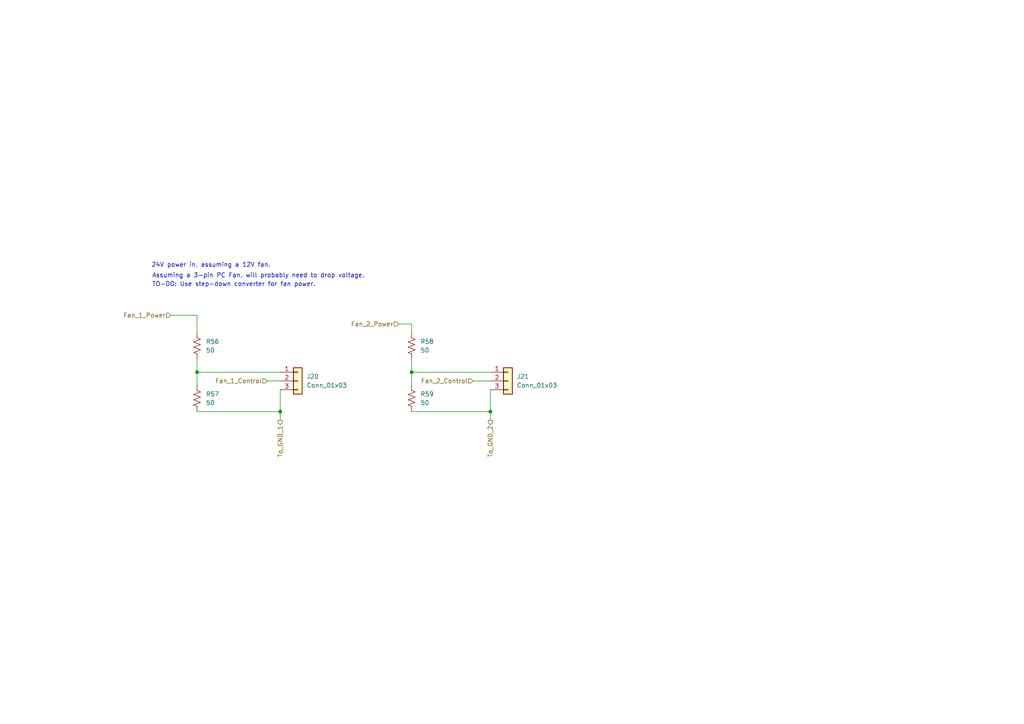
<source format=kicad_sch>
(kicad_sch (version 20250114) (generator "eeschema") (generator_version "9.0")
  (paper "A4")
  (lib_symbols
    (symbol "Connector_Generic:Conn_01x03" (pin_names (offset 1.016) (hide yes))
      (property "Reference" "J" (at 0 5.08 0))
      (property "Value" "Conn_01x03" (at 0 -5.08 0))
      (symbol "Conn_01x03_1_1"
        (rectangle (start -1.27 3.81) (end 1.27 -3.81) (stroke (width 0.254)) (fill (type background)))
        (rectangle (start -1.27 2.667) (end 0 2.413) (stroke (width 0.1524)))
        (rectangle (start -1.27 0.127) (end 0 -0.127) (stroke (width 0.1524)))
        (rectangle (start -1.27 -2.413) (end 0 -2.667) (stroke (width 0.1524)))
        (pin passive line (at -5.08 2.54 0) (length 3.81) (name "Pin_1") (number "1"))
        (pin passive line (at -5.08 0 0) (length 3.81) (name "Pin_2") (number "2"))
        (pin passive line (at -5.08 -2.54 0) (length 3.81) (name "Pin_3") (number "3"))
      )
    )
    (symbol "Device:R_US" (pin_numbers (hide yes)) (pin_names (offset 0))
      (property "Reference" "R" (at 2.54 0 90))
      (property "Value" "R_US" (at -2.54 0 90))
      (symbol "R_US_0_1"
        (polyline (pts (xy 0 2.286) (xy 0 2.54)))
        (polyline (pts (xy 0 2.286) (xy 1.016 1.905) (xy 0 1.524) (xy -1.016 1.143) (xy 0 0.762)))
        (polyline (pts (xy 0 0.762) (xy 1.016 0.381) (xy 0 0) (xy -1.016 -0.381) (xy 0 -0.762)))
        (polyline (pts (xy 0 -0.762) (xy 1.016 -1.143) (xy 0 -1.524) (xy -1.016 -1.905) (xy 0 -2.286)))
        (polyline (pts (xy 0 -2.286) (xy 0 -2.54)))
      )
      (symbol "R_US_1_1"
        (pin passive line (at 0 3.81 270) (length 1.27) (name "~") (number "1"))
        (pin passive line (at 0 -3.81 90) (length 1.27) (name "~") (number "2"))
      )
    )
  )
  (text "24V power in, assuming a 12V fan." (at 61.214 76.962 0) (effects (font (size 1.27 1.27))))
  (text "TO-DO: Use step-down converter for fan power." (at 67.818 82.55 0) (effects (font (size 1.27 1.27))))
  (text "Assuming a 3-pin PC Fan, will probably need to drop voltage." (at 74.93 80.01 0) (effects (font (size 1.27 1.27))))
  (junction (at 57.15 107.95))
  (junction (at 81.28 119.38))
  (junction (at 119.38 107.95))
  (junction (at 142.24 119.38))
  (wire (pts (xy 142.24 113.03) (xy 142.24 119.38)))
  (wire (pts (xy 119.38 104.14) (xy 119.38 107.95)))
  (wire (pts (xy 57.15 107.95) (xy 57.15 111.76)))
  (wire (pts (xy 81.28 119.38) (xy 81.28 121.92)))
  (wire (pts (xy 137.16 110.49) (xy 142.24 110.49)))
  (wire (pts (xy 77.47 110.49) (xy 81.28 110.49)))
  (wire (pts (xy 119.38 93.98) (xy 115.57 93.98)))
  (wire (pts (xy 57.15 107.95) (xy 81.28 107.95)))
  (wire (pts (xy 119.38 107.95) (xy 119.38 111.76)))
  (wire (pts (xy 142.24 119.38) (xy 142.24 121.92)))
  (wire (pts (xy 119.38 119.38) (xy 142.24 119.38)))
  (wire (pts (xy 81.28 113.03) (xy 81.28 119.38)))
  (wire (pts (xy 57.15 104.14) (xy 57.15 107.95)))
  (wire (pts (xy 57.15 96.52) (xy 57.15 91.44)))
  (wire (pts (xy 57.15 119.38) (xy 81.28 119.38)))
  (wire (pts (xy 119.38 96.52) (xy 119.38 93.98)))
  (wire (pts (xy 119.38 107.95) (xy 142.24 107.95)))
  (wire (pts (xy 57.15 91.44) (xy 49.53 91.44)))
  (hierarchical_label "Fan_1_Control" (shape input) (at 77.47 110.49 180))
  (hierarchical_label "Fan_2_Control" (shape input) (at 137.16 110.49 180))
  (hierarchical_label "To_GND_2" (shape output) (at 142.24 121.92 270))
  (hierarchical_label "To_GND_1" (shape output) (at 81.28 121.92 270))
  (hierarchical_label "Fan_1_Power" (shape input) (at 49.53 91.44 180))
  (hierarchical_label "Fan_2_Power" (shape input) (at 115.57 93.98 180))
  (symbol (lib_id "Connector_Generic:Conn_01x03") (at 147.32 110.49 0) (unit 1)
    (property "Reference" "J21" (at 149.86 109.2199 0) (effects (justify left)))
    (property "Value" "Conn_01x03" (at 149.86 111.7599 0) (effects (justify left)))
    (property "Description" "Generic connector, single row, 01x03, script generated (kicad-library-utils/schlib/autogen/connector/)" (effects (hide yes)))
  )
  (symbol (lib_id "Device:R_US") (at 57.15 115.57 0) (unit 1)
    (property "Reference" "R57" (at 59.69 114.2999 0) (effects (justify left)))
    (property "Value" "50" (at 59.69 116.8399 0) (effects (justify left)))
    (property "Description" "Resistor, US symbol" (effects (hide yes)))
  )
  (symbol (lib_id "Device:R_US") (at 57.15 100.33 0) (unit 1)
    (property "Reference" "R56" (at 59.69 99.0599 0) (effects (justify left)))
    (property "Value" "50" (at 59.69 101.5999 0) (effects (justify left)))
    (property "Description" "Resistor, US symbol" (effects (hide yes)))
  )
  (symbol (lib_id "Device:R_US") (at 119.38 115.57 0) (unit 1)
    (property "Reference" "R59" (at 121.92 114.2999 0) (effects (justify left)))
    (property "Value" "50" (at 121.92 116.8399 0) (effects (justify left)))
    (property "Description" "Resistor, US symbol" (effects (hide yes)))
  )
  (symbol (lib_id "Connector_Generic:Conn_01x03") (at 86.36 110.49 0) (unit 1)
    (property "Reference" "J20" (at 88.9 109.2199 0) (effects (justify left)))
    (property "Value" "Conn_01x03" (at 88.9 111.7599 0) (effects (justify left)))
    (property "Description" "Generic connector, single row, 01x03, script generated (kicad-library-utils/schlib/autogen/connector/)" (effects (hide yes)))
  )
  (symbol (lib_id "Device:R_US") (at 119.38 100.33 0) (unit 1)
    (property "Reference" "R58" (at 121.92 99.0599 0) (effects (justify left)))
    (property "Value" "50" (at 121.92 101.5999 0) (effects (justify left)))
    (property "Description" "Resistor, US symbol" (effects (hide yes)))
  )
)
</source>
